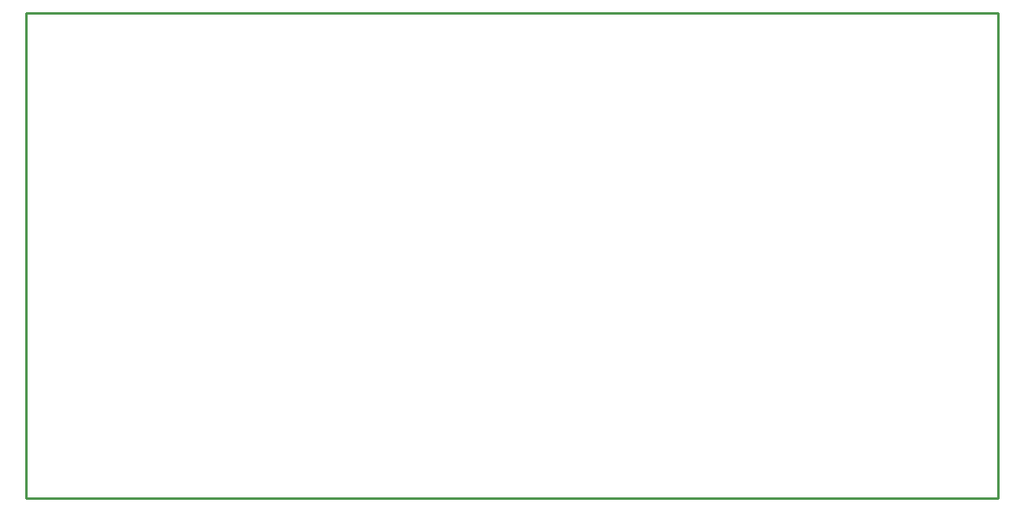
<source format=gko>
G04*
G04 #@! TF.GenerationSoftware,Altium Limited,Altium Designer,21.0.8 (223)*
G04*
G04 Layer_Color=16711935*
%FSLAX25Y25*%
%MOIN*%
G70*
G04*
G04 #@! TF.SameCoordinates,11A2A22B-46B4-42A7-8BC6-B1AC857C9469*
G04*
G04*
G04 #@! TF.FilePolarity,Positive*
G04*
G01*
G75*
%ADD12C,0.01000*%
D12*
X100700Y100700D02*
Y299700D01*
X499600D01*
Y100700D02*
Y299700D01*
X100700Y100700D02*
X499600D01*
M02*

</source>
